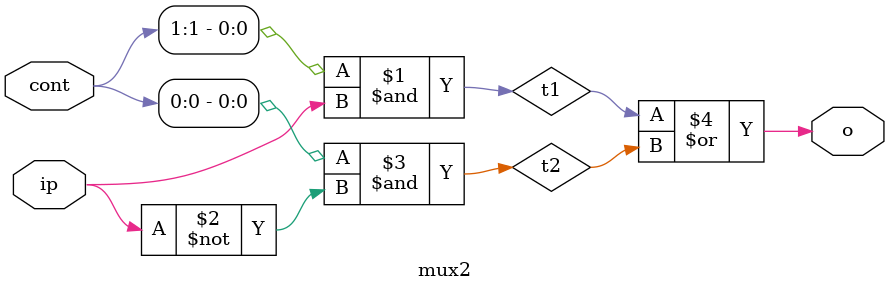
<source format=v>
module shiftright(input[7:0] mag,input[23:0] ip,output[23:0] op);//divide by 2
    //if 3 msb have a one, then output is 0
    //wire overflow @5 bits
    wire w_ov;
    wire[23:0]o;//temporary output
    wire[31:0] w_23, w_22, w_21, w_20, w_19, w_18, w_17, w_16, w_15, w_14, w_13, w_12, w_11, w_10, w_9, w_8, w_7, w_6, w_5, w_4, w_3, w_2, w_1, w_0;
    or(w_ov,mag[7],mag[6],mag[5]);

    genvar i;
    generate
    for(i=0;i<=23;i=i+1)begin
        //assign op[i]=o[i] and ~w_ov;
        and(op[i],o[i],~w_ov);
    end

    endgenerate

    assign w_23[0]=ip[23];
    assign w_23[31:1]=31'd0;
    mux32 m23(w_23,mag[4:0],o[23]);
    assign w_22[1:0]=ip[23:22];
    assign w_22[31:2]=30'b0;
    mux32 m22(w_22,mag[4:0],o[22]);
    assign w_21[2:0]=ip[23:21];
    assign w_21[31:3]=29'b0;
    mux32 m21(w_21,mag[4:0],o[21]);
    assign w_20[3:0]=ip[23:20];
    assign w_20[31:4]=28'b0;
    mux32 m20(w_20,mag[4:0],o[20]);
    assign w_19[4:0]=ip[23:19];
    assign w_19[31:5]=27'b0;
    mux32 m19(w_19,mag[4:0],o[19]);
    assign w_18[5:0]=ip[23:18];
    assign w_18[31:6]=26'b0;
    mux32 m18(w_18,mag[4:0],o[18]);
    assign w_17[6:0]=ip[23:17];
    assign w_17[31:7]=25'b0;
    mux32 m17(w_17,mag[4:0],o[17]);
    assign w_16[7:0]=ip[23:16];
    assign w_16[31:8]=24'b0;
    mux32 m16(w_16,mag[4:0],o[16]);
    assign w_15[8:0]=ip[23:15];
    assign w_15[31:9]=23'b0;
    mux32 m15(w_15,mag[4:0],o[15]);
    assign w_14[9:0]=ip[23:14];
    assign w_14[31:10]=22'b0;
    mux32 m14(w_14,mag[4:0],o[14]);
    assign w_13[10:0]=ip[23:13];
    assign w_13[31:11]=21'b0;
    mux32 m13(w_13,mag[4:0],o[13]);
    assign w_12[11:0]=ip[23:12];
    assign w_12[31:12]=20'b0;
    mux32 m12(w_12,mag[4:0],o[12]);
    assign w_11[12:0]=ip[23:11];
    assign w_11[31:13]=19'b0;
    mux32 m11(w_11,mag[4:0],o[11]);
    assign w_10[13:0]=ip[23:10];
    assign w_10[31:14]=18'b0;
    mux32 m10(w_10,mag[4:0],o[10]);
    assign w_9[14:0]=ip[23:9];
    assign w_9[31:15]=17'b0;
    mux32 m9(w_9,mag[4:0],o[9]);
    assign w_8[15:0]=ip[23:8];
    assign w_8[31:16]=16'b0;
    mux32 m8(w_8,mag[4:0],o[8]);
    assign w_7[16:0]=ip[23:7];
    assign w_7[31:17]=15'b0;
    mux32 m7(w_7,mag[4:0],o[7]);
    assign w_6[17:0]=ip[23:6];
    assign w_6[31:18]=14'b0;
    mux32 m6(w_6,mag[4:0],o[6]);
    assign w_5[18:0]=ip[23:5];
    assign w_5[31:19]=13'b0;
    mux32 m5(w_5,mag[4:0],o[5]);
    assign w_4[19:0]=ip[23:4];
    assign w_4[31:20]=12'b0;
    mux32 m4(w_4,mag[4:0],o[4]);
    assign w_3[20:0]=ip[23:3];
    assign w_3[31:21]=11'b0;
    mux32 m3(w_3,mag[4:0],o[3]);
    assign w_2[21:0]=ip[23:2];
    assign w_2[31:22]=10'b0;
    mux32 m2(w_2,mag[4:0],o[2]);
    assign w_1[22:0]=ip[23:1];
    assign w_1[31:23]=9'b0;
    mux32 m1(w_1,mag[4:0],o[1]);
    assign w_0[23:0]=ip[23:0];
    assign w_0[31:24]=8'b0;
    mux32 m0(w_0,mag[4:0],o[0]);

endmodule


module shiftleft(input[7:0] mag,input[23:0] ipl,output[23:0] op);//divide by 2
    reg[31:0] zeros;
    //if 3 msb have a one, then output is 0
    //wire overflow @5 bits
    wire w_ov;
    wire[0:23] ip;
    wire[23:0]o;//temporary output
    wire[31:0] w_23, w_22, w_21, w_20, w_19, w_18, w_17, w_16, w_15, w_14, w_13, w_12, w_11, w_10, w_9, w_8, w_7, w_6, w_5, w_4, w_3, w_2, w_1, w_0;
    or(w_ov,mag[7],mag[6],mag[5]);

    genvar i;
    generate
    for(i=0;i<=23;i=i+1)begin
        //assign op[i]=o[i] and ~w_ov;
        and(op[i],o[i],~w_ov);
        assign ip[i]=ipl[i];
    end

    endgenerate

    assign w_23[23:0]=ip[0:23];
    assign w_23[31:24]=8'b0;
    mux32 m23(w_23,mag[4:0],o[23]);
    assign w_22[22:0]=ip[0:22];
    assign w_22[31:23]=9'b0;
    mux32 m22(w_22,mag[4:0],o[22]);
    assign w_21[21:0]=ip[0:21];
    assign w_21[31:22]=10'b0;
    mux32 m21(w_21,mag[4:0],o[21]);
    assign w_20[20:0]=ip[0:20];
    assign w_20[31:21]=11'b0;
    mux32 m20(w_20,mag[4:0],o[20]);
    assign w_19[19:0]=ip[0:19];
    assign w_19[31:20]=12'b0;
    mux32 m19(w_19,mag[4:0],o[19]);
    assign w_18[18:0]=ip[0:18];
    assign w_18[31:19]=13'b0;
    mux32 m18(w_18,mag[4:0],o[18]);
    assign w_17[17:0]=ip[0:17];
    assign w_17[31:18]=14'b0;
    mux32 m17(w_17,mag[4:0],o[17]);
    assign w_16[16:0]=ip[0:16];
    assign w_16[31:17]=15'b0;
    mux32 m16(w_16,mag[4:0],o[16]);
    assign w_15[15:0]=ip[0:15];
    assign w_15[31:16]=16'b0;
    mux32 m15(w_15,mag[4:0],o[15]);
    assign w_14[14:0]=ip[0:14];
    assign w_14[31:15]=17'b0;
    mux32 m14(w_14,mag[4:0],o[14]);
    assign w_13[13:0]=ip[0:13];
    assign w_13[31:14]=18'b0;
    mux32 m13(w_13,mag[4:0],o[13]);
    assign w_12[12:0]=ip[0:12];
    assign w_12[31:13]=19'b0;
    mux32 m12(w_12,mag[4:0],o[12]);
    assign w_11[11:0]=ip[0:11];
    assign w_11[31:12]=20'b0;
    mux32 m11(w_11,mag[4:0],o[11]);
    assign w_10[10:0]=ip[0:10];
    assign w_10[31:11]=21'b0;
    mux32 m10(w_10,mag[4:0],o[10]);
    assign w_9[9:0]=ip[0:9];
    assign w_9[31:10]=22'b0;
    mux32 m9(w_9,mag[4:0],o[9]);
    assign w_8[8:0]=ip[0:8];
    assign w_8[31:9]=23'b0;
    mux32 m8(w_8,mag[4:0],o[8]);
    assign w_7[7:0]=ip[0:7];
    assign w_7[31:8]=24'b0;
    mux32 m7(w_7,mag[4:0],o[7]);
    assign w_6[6:0]=ip[0:6];
    assign w_6[31:7]=25'b0;
    mux32 m6(w_6,mag[4:0],o[6]);
    assign w_5[5:0]=ip[0:5];
    assign w_5[31:6]=26'b0;
    mux32 m5(w_5,mag[4:0],o[5]);
    assign w_4[4:0]=ip[0:4];
    assign w_4[31:5]=27'b0;
    mux32 m4(w_4,mag[4:0],o[4]);
    assign w_3[3:0]=ip[0:3];
    assign w_3[31:4]=28'b0;
    mux32 m3(w_3,mag[4:0],o[3]);
    assign w_2[2:0]=ip[0:2];
    assign w_2[31:3]=29'b0;
    mux32 m2(w_2,mag[4:0],o[2]);
    assign w_1[1:0]=ip[0:1];
    assign w_1[31:2]=30'b0;
    mux32 m1(w_1,mag[4:0],o[1]);
    assign w_0[0]=ip[0];
    assign w_0[31:1]=31'b0;
    mux32 m0(w_0,mag[4:0],o[0]);



endmodule


//up, down are inputs 1 means up 0 means down

module mux32(input[31:0]cont,input[4:0]ip,output o);
    wire[1:0] t;
    mux16 mu(cont[31:16],ip[3:0],t[1]);
    mux16 md(cont[15:0],ip[3:0],t[0]);
    mux2 mf(t,ip[4],o);
endmodule


module mux16(input[15:0] cont,input[3:0] ip,output o);
    wire[1:0] t;
    mux8 mu(cont[15:8],ip[2:0],t[1]);
    mux8 md(cont[7:0],ip[2:0],t[0]);
    mux2 mf(t,ip[3],o);

endmodule

module mux8(input[7:0] cont,input[2:0] ip,output o);
    wire[1:0] t;
    mux4 mu(cont[7:4],ip[1:0],t[1]);
    mux4 md(cont[3:0],ip[1:0],t[0]);
    mux2 mf(t,ip[2],o);

endmodule

module mux4(input[3:0] cont,input[1:0] ip,output o);
    wire[1:0] t;
    mux2 mu(cont[3:2],ip[0],t[1]);
    mux2 md(cont[1:0],ip[0],t[0]);
    mux2 mf(t,ip[1],o);

endmodule

module mux2(input[1:0] cont,input ip,output o);

    and(t1,cont[1],ip);
    and(t2,cont[0],~ip);
    or(o,t1,t2);

endmodule
</source>
